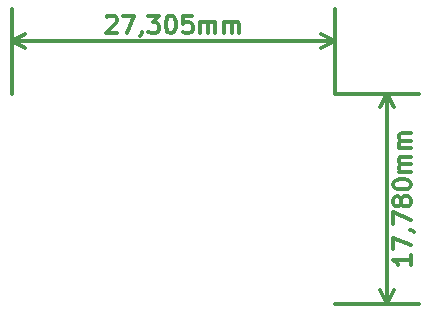
<source format=gbr>
G04 #@! TF.FileFunction,Drawing*
%FSLAX46Y46*%
G04 Gerber Fmt 4.6, Leading zero omitted, Abs format (unit mm)*
G04 Created by KiCad (PCBNEW 4.0.0-rc1-stable) date 30/11/2015 17:11:05*
%MOMM*%
G01*
G04 APERTURE LIST*
%ADD10C,0.100000*%
%ADD11C,0.300000*%
G04 APERTURE END LIST*
D10*
D11*
X169668571Y-119085713D02*
X169668571Y-119942856D01*
X169668571Y-119514284D02*
X168168571Y-119514284D01*
X168382857Y-119657141D01*
X168525714Y-119799999D01*
X168597143Y-119942856D01*
X168168571Y-118585713D02*
X168168571Y-117585713D01*
X169668571Y-118228570D01*
X169597143Y-116942857D02*
X169668571Y-116942857D01*
X169811429Y-117014285D01*
X169882857Y-117085714D01*
X168168571Y-116442856D02*
X168168571Y-115442856D01*
X169668571Y-116085713D01*
X168811429Y-114657142D02*
X168740000Y-114800000D01*
X168668571Y-114871428D01*
X168525714Y-114942857D01*
X168454286Y-114942857D01*
X168311429Y-114871428D01*
X168240000Y-114800000D01*
X168168571Y-114657142D01*
X168168571Y-114371428D01*
X168240000Y-114228571D01*
X168311429Y-114157142D01*
X168454286Y-114085714D01*
X168525714Y-114085714D01*
X168668571Y-114157142D01*
X168740000Y-114228571D01*
X168811429Y-114371428D01*
X168811429Y-114657142D01*
X168882857Y-114800000D01*
X168954286Y-114871428D01*
X169097143Y-114942857D01*
X169382857Y-114942857D01*
X169525714Y-114871428D01*
X169597143Y-114800000D01*
X169668571Y-114657142D01*
X169668571Y-114371428D01*
X169597143Y-114228571D01*
X169525714Y-114157142D01*
X169382857Y-114085714D01*
X169097143Y-114085714D01*
X168954286Y-114157142D01*
X168882857Y-114228571D01*
X168811429Y-114371428D01*
X168168571Y-113157143D02*
X168168571Y-113014286D01*
X168240000Y-112871429D01*
X168311429Y-112800000D01*
X168454286Y-112728571D01*
X168740000Y-112657143D01*
X169097143Y-112657143D01*
X169382857Y-112728571D01*
X169525714Y-112800000D01*
X169597143Y-112871429D01*
X169668571Y-113014286D01*
X169668571Y-113157143D01*
X169597143Y-113300000D01*
X169525714Y-113371429D01*
X169382857Y-113442857D01*
X169097143Y-113514286D01*
X168740000Y-113514286D01*
X168454286Y-113442857D01*
X168311429Y-113371429D01*
X168240000Y-113300000D01*
X168168571Y-113157143D01*
X169668571Y-112014286D02*
X168668571Y-112014286D01*
X168811429Y-112014286D02*
X168740000Y-111942858D01*
X168668571Y-111800000D01*
X168668571Y-111585715D01*
X168740000Y-111442858D01*
X168882857Y-111371429D01*
X169668571Y-111371429D01*
X168882857Y-111371429D02*
X168740000Y-111300000D01*
X168668571Y-111157143D01*
X168668571Y-110942858D01*
X168740000Y-110800000D01*
X168882857Y-110728572D01*
X169668571Y-110728572D01*
X169668571Y-110014286D02*
X168668571Y-110014286D01*
X168811429Y-110014286D02*
X168740000Y-109942858D01*
X168668571Y-109800000D01*
X168668571Y-109585715D01*
X168740000Y-109442858D01*
X168882857Y-109371429D01*
X169668571Y-109371429D01*
X168882857Y-109371429D02*
X168740000Y-109300000D01*
X168668571Y-109157143D01*
X168668571Y-108942858D01*
X168740000Y-108800000D01*
X168882857Y-108728572D01*
X169668571Y-108728572D01*
X167640000Y-123190000D02*
X167640000Y-105410000D01*
X163195000Y-123190000D02*
X170340000Y-123190000D01*
X163195000Y-105410000D02*
X170340000Y-105410000D01*
X167640000Y-105410000D02*
X168226421Y-106536504D01*
X167640000Y-105410000D02*
X167053579Y-106536504D01*
X167640000Y-123190000D02*
X168226421Y-122063496D01*
X167640000Y-123190000D02*
X167053579Y-122063496D01*
X143899644Y-98936429D02*
X143971073Y-98865000D01*
X144113930Y-98793571D01*
X144471073Y-98793571D01*
X144613930Y-98865000D01*
X144685359Y-98936429D01*
X144756787Y-99079286D01*
X144756787Y-99222143D01*
X144685359Y-99436429D01*
X143828216Y-100293571D01*
X144756787Y-100293571D01*
X145256787Y-98793571D02*
X146256787Y-98793571D01*
X145613930Y-100293571D01*
X146899643Y-100222143D02*
X146899643Y-100293571D01*
X146828215Y-100436429D01*
X146756786Y-100507857D01*
X147399644Y-98793571D02*
X148328215Y-98793571D01*
X147828215Y-99365000D01*
X148042501Y-99365000D01*
X148185358Y-99436429D01*
X148256787Y-99507857D01*
X148328215Y-99650714D01*
X148328215Y-100007857D01*
X148256787Y-100150714D01*
X148185358Y-100222143D01*
X148042501Y-100293571D01*
X147613929Y-100293571D01*
X147471072Y-100222143D01*
X147399644Y-100150714D01*
X149256786Y-98793571D02*
X149399643Y-98793571D01*
X149542500Y-98865000D01*
X149613929Y-98936429D01*
X149685358Y-99079286D01*
X149756786Y-99365000D01*
X149756786Y-99722143D01*
X149685358Y-100007857D01*
X149613929Y-100150714D01*
X149542500Y-100222143D01*
X149399643Y-100293571D01*
X149256786Y-100293571D01*
X149113929Y-100222143D01*
X149042500Y-100150714D01*
X148971072Y-100007857D01*
X148899643Y-99722143D01*
X148899643Y-99365000D01*
X148971072Y-99079286D01*
X149042500Y-98936429D01*
X149113929Y-98865000D01*
X149256786Y-98793571D01*
X151113929Y-98793571D02*
X150399643Y-98793571D01*
X150328214Y-99507857D01*
X150399643Y-99436429D01*
X150542500Y-99365000D01*
X150899643Y-99365000D01*
X151042500Y-99436429D01*
X151113929Y-99507857D01*
X151185357Y-99650714D01*
X151185357Y-100007857D01*
X151113929Y-100150714D01*
X151042500Y-100222143D01*
X150899643Y-100293571D01*
X150542500Y-100293571D01*
X150399643Y-100222143D01*
X150328214Y-100150714D01*
X151828214Y-100293571D02*
X151828214Y-99293571D01*
X151828214Y-99436429D02*
X151899642Y-99365000D01*
X152042500Y-99293571D01*
X152256785Y-99293571D01*
X152399642Y-99365000D01*
X152471071Y-99507857D01*
X152471071Y-100293571D01*
X152471071Y-99507857D02*
X152542500Y-99365000D01*
X152685357Y-99293571D01*
X152899642Y-99293571D01*
X153042500Y-99365000D01*
X153113928Y-99507857D01*
X153113928Y-100293571D01*
X153828214Y-100293571D02*
X153828214Y-99293571D01*
X153828214Y-99436429D02*
X153899642Y-99365000D01*
X154042500Y-99293571D01*
X154256785Y-99293571D01*
X154399642Y-99365000D01*
X154471071Y-99507857D01*
X154471071Y-100293571D01*
X154471071Y-99507857D02*
X154542500Y-99365000D01*
X154685357Y-99293571D01*
X154899642Y-99293571D01*
X155042500Y-99365000D01*
X155113928Y-99507857D01*
X155113928Y-100293571D01*
X135890000Y-100965000D02*
X163195000Y-100965000D01*
X135890000Y-105410000D02*
X135890000Y-98265000D01*
X163195000Y-105410000D02*
X163195000Y-98265000D01*
X163195000Y-100965000D02*
X162068496Y-101551421D01*
X163195000Y-100965000D02*
X162068496Y-100378579D01*
X135890000Y-100965000D02*
X137016504Y-101551421D01*
X135890000Y-100965000D02*
X137016504Y-100378579D01*
M02*

</source>
